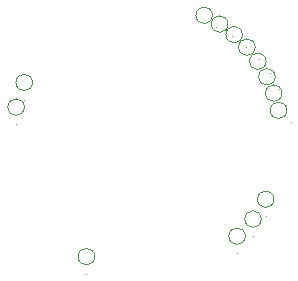
<source format=gbo>
G04 #@! TF.GenerationSoftware,KiCad,Pcbnew,5.0.2-bee76a0~70~ubuntu18.04.1*
G04 #@! TF.CreationDate,2019-05-15T03:21:57+02:00*
G04 #@! TF.ProjectId,ring,72696e67-2e6b-4696-9361-645f70636258,rev?*
G04 #@! TF.SameCoordinates,Original*
G04 #@! TF.FileFunction,Legend,Bot*
G04 #@! TF.FilePolarity,Positive*
%FSLAX46Y46*%
G04 Gerber Fmt 4.6, Leading zero omitted, Abs format (unit mm)*
G04 Created by KiCad (PCBNEW 5.0.2-bee76a0~70~ubuntu18.04.1) date Mi 15 Mai 2019 03:21:57 CEST*
%MOMM*%
%LPD*%
G01*
G04 APERTURE LIST*
%ADD10C,0.120000*%
%ADD11C,0.100000*%
%ADD12C,0.150000*%
G04 APERTURE END LIST*
D10*
G04 #@! TO.C,J1*
X121840000Y-77760000D02*
G75*
G03X121840000Y-77760000I-700000J0D01*
G01*
G04 #@! TO.C,J13*
X99620000Y-77480000D02*
G75*
G03X99620000Y-77480000I-700000J0D01*
G01*
G04 #@! TO.C,J15*
X105570000Y-90140000D02*
G75*
G03X105570000Y-90140000I-700000J0D01*
G01*
G04 #@! TO.C,J16*
X118330000Y-88410000D02*
G75*
G03X118330000Y-88410000I-700000J0D01*
G01*
G04 #@! TO.C,J14*
X100310000Y-75400000D02*
G75*
G03X100310000Y-75400000I-700000J0D01*
G01*
G04 #@! TO.C,J6*
X119680000Y-86960000D02*
G75*
G03X119680000Y-86960000I-700000J0D01*
G01*
G04 #@! TO.C,J3*
X120860000Y-74910000D02*
G75*
G03X120860000Y-74910000I-700000J0D01*
G01*
G04 #@! TO.C,J4*
X120090000Y-73600000D02*
G75*
G03X120090000Y-73600000I-700000J0D01*
G01*
G04 #@! TO.C,J5*
X119160000Y-72400000D02*
G75*
G03X119160000Y-72400000I-700000J0D01*
G01*
G04 #@! TO.C,J7*
X118080000Y-71350000D02*
G75*
G03X118080000Y-71350000I-700000J0D01*
G01*
G04 #@! TO.C,J8*
X120760000Y-85280000D02*
G75*
G03X120760000Y-85280000I-700000J0D01*
G01*
G04 #@! TO.C,J9*
X116860000Y-70450000D02*
G75*
G03X116860000Y-70450000I-700000J0D01*
G01*
G04 #@! TO.C,J10*
X115540000Y-69710000D02*
G75*
G03X115540000Y-69710000I-700000J0D01*
G01*
G04 #@! TO.C,J2*
X121440000Y-76300000D02*
G75*
G03X121440000Y-76300000I-700000J0D01*
G01*
G04 #@! TO.C,J1*
D11*
X122163891Y-78783891D02*
X122163891Y-78783891D01*
X122163891Y-78783891D01*
X122163891Y-78783891D01*
X122163891Y-78783891D01*
X122163891Y-78783891D01*
X122163891Y-78783891D02*
X122163891Y-78783891D01*
X122163891Y-78783891D02*
X122163891Y-78783891D01*
X122163891Y-78783891D01*
X122163891Y-78783891D01*
X122163891Y-78783891D01*
D12*
G04 #@! TO.C,J13*
D11*
X98920000Y-78928000D02*
X98920000Y-78928000D01*
X98920000Y-78928000D01*
X98920000Y-78928000D01*
X98920000Y-78928000D01*
X98920000Y-78928000D01*
X98920000Y-78928000D02*
X98920000Y-78928000D01*
X98920000Y-78928000D02*
X98920000Y-78928000D01*
X98920000Y-78928000D01*
X98920000Y-78928000D01*
X98920000Y-78928000D01*
X98920000Y-78928000D02*
X98920000Y-78928000D01*
X98920000Y-78928000D01*
X98920000Y-78928000D01*
X98920000Y-78928000D01*
X98920000Y-78928000D01*
X98920000Y-78928000D01*
X98920000Y-78928000D01*
X98920000Y-78928000D01*
X98920000Y-78928000D01*
X98920000Y-78928000D01*
X98920000Y-78928000D01*
X98920000Y-78928000D01*
X98920000Y-78928000D01*
D12*
G04 #@! TO.C,J15*
D11*
X104870000Y-91588000D02*
X104870000Y-91588000D01*
X104870000Y-91588000D01*
X104870000Y-91588000D01*
X104870000Y-91588000D01*
X104870000Y-91588000D01*
X104870000Y-91588000D02*
X104870000Y-91588000D01*
X104870000Y-91588000D02*
X104870000Y-91588000D01*
X104870000Y-91588000D01*
X104870000Y-91588000D01*
X104870000Y-91588000D01*
X104870000Y-91588000D02*
X104870000Y-91588000D01*
X104870000Y-91588000D01*
X104870000Y-91588000D01*
X104870000Y-91588000D01*
X104870000Y-91588000D01*
X104870000Y-91588000D01*
X104870000Y-91588000D01*
X104870000Y-91588000D01*
X104870000Y-91588000D01*
X104870000Y-91588000D01*
X104870000Y-91588000D01*
X104870000Y-91588000D01*
X104870000Y-91588000D01*
X104870000Y-91588000D01*
X104870000Y-91588000D01*
D12*
G04 #@! TO.C,J16*
D11*
X117630000Y-89858000D02*
X117630000Y-89858000D01*
X117630000Y-89858000D01*
X117630000Y-89858000D01*
X117630000Y-89858000D01*
X117630000Y-89858000D01*
X117630000Y-89858000D02*
X117630000Y-89858000D01*
X117630000Y-89858000D02*
X117630000Y-89858000D01*
X117630000Y-89858000D01*
X117630000Y-89858000D01*
X117630000Y-89858000D01*
X117630000Y-89858000D02*
X117630000Y-89858000D01*
X117630000Y-89858000D01*
X117630000Y-89858000D01*
X117630000Y-89858000D01*
X117630000Y-89858000D01*
X117630000Y-89858000D01*
X117630000Y-89858000D01*
X117630000Y-89858000D01*
X117630000Y-89858000D01*
X117630000Y-89858000D01*
X117630000Y-89858000D01*
X117630000Y-89858000D01*
X117630000Y-89858000D01*
X117630000Y-89858000D01*
X117630000Y-89858000D01*
X117630000Y-89858000D01*
X117630000Y-89858000D01*
X117630000Y-89858000D01*
X117630000Y-89858000D01*
X117630000Y-89858000D01*
X117630000Y-89858000D01*
D12*
G04 #@! TO.C,J14*
D11*
X99610000Y-76848000D02*
X99610000Y-76848000D01*
X99610000Y-76848000D01*
X99610000Y-76848000D01*
X99610000Y-76848000D01*
X99610000Y-76848000D01*
X99610000Y-76848000D02*
X99610000Y-76848000D01*
X99610000Y-76848000D02*
X99610000Y-76848000D01*
X99610000Y-76848000D01*
X99610000Y-76848000D01*
X99610000Y-76848000D01*
X99610000Y-76848000D02*
X99610000Y-76848000D01*
X99610000Y-76848000D02*
X99610000Y-76848000D01*
X99610000Y-76848000D01*
D12*
G04 #@! TO.C,J6*
D11*
X118980000Y-88408000D02*
X118980000Y-88408000D01*
X118980000Y-88408000D01*
X118980000Y-88408000D01*
X118980000Y-88408000D01*
X118980000Y-88408000D01*
X118980000Y-88408000D02*
X118980000Y-88408000D01*
X118980000Y-88408000D01*
X118980000Y-88408000D01*
X118980000Y-88408000D01*
X118980000Y-88408000D01*
X118980000Y-88408000D01*
X118980000Y-88408000D01*
X118980000Y-88408000D01*
X118980000Y-88408000D01*
X118980000Y-88408000D01*
X118980000Y-88408000D01*
X118980000Y-88408000D01*
X118980000Y-88408000D01*
X118980000Y-88408000D01*
X118980000Y-88408000D01*
X118980000Y-88408000D01*
X118980000Y-88408000D01*
X118980000Y-88408000D01*
X118980000Y-88408000D01*
X118980000Y-88408000D01*
X118980000Y-88408000D01*
D12*
G04 #@! TO.C,J3*
D11*
X121183891Y-75933891D02*
X121183891Y-75933891D01*
X121183891Y-75933891D01*
X121183891Y-75933891D01*
X121183891Y-75933891D01*
X121183891Y-75933891D01*
X121183891Y-75933891D02*
X121183891Y-75933891D01*
X121183891Y-75933891D01*
X121183891Y-75933891D01*
X121183891Y-75933891D01*
X121183891Y-75933891D01*
X121183891Y-75933891D01*
X121183891Y-75933891D01*
X121183891Y-75933891D01*
X121183891Y-75933891D01*
X121183891Y-75933891D01*
X121183891Y-75933891D01*
X121183891Y-75933891D01*
X121183891Y-75933891D01*
D12*
G04 #@! TO.C,J4*
D11*
X120413891Y-74623891D02*
X120413891Y-74623891D01*
X120413891Y-74623891D01*
X120413891Y-74623891D01*
X120413891Y-74623891D01*
X120413891Y-74623891D01*
X120413891Y-74623891D02*
X120413891Y-74623891D01*
X120413891Y-74623891D02*
X120413891Y-74623891D01*
X120413891Y-74623891D01*
D12*
G04 #@! TO.C,J5*
D11*
X119483891Y-73423891D02*
X119483891Y-73423891D01*
X119483891Y-73423891D01*
X119483891Y-73423891D01*
X119483891Y-73423891D01*
X119483891Y-73423891D01*
X119483891Y-73423891D02*
X119483891Y-73423891D01*
X119483891Y-73423891D01*
X119483891Y-73423891D01*
X119483891Y-73423891D01*
X119483891Y-73423891D01*
X119483891Y-73423891D01*
X119483891Y-73423891D01*
X119483891Y-73423891D01*
X119483891Y-73423891D01*
X119483891Y-73423891D01*
X119483891Y-73423891D01*
X119483891Y-73423891D01*
X119483891Y-73423891D01*
X119483891Y-73423891D01*
X119483891Y-73423891D01*
D12*
G04 #@! TO.C,J7*
D11*
X118403891Y-72373891D02*
X118403891Y-72373891D01*
X118403891Y-72373891D01*
X118403891Y-72373891D01*
X118403891Y-72373891D01*
X118403891Y-72373891D01*
X118403891Y-72373891D02*
X118403891Y-72373891D01*
X118403891Y-72373891D01*
D12*
G04 #@! TO.C,J8*
D11*
X120060000Y-86728000D02*
X120060000Y-86728000D01*
X120060000Y-86728000D01*
X120060000Y-86728000D01*
X120060000Y-86728000D01*
X120060000Y-86728000D01*
X120060000Y-86728000D02*
X120060000Y-86728000D01*
X120060000Y-86728000D01*
X120060000Y-86728000D01*
X120060000Y-86728000D01*
X120060000Y-86728000D01*
X120060000Y-86728000D01*
X120060000Y-86728000D01*
X120060000Y-86728000D01*
X120060000Y-86728000D01*
X120060000Y-86728000D01*
X120060000Y-86728000D01*
X120060000Y-86728000D01*
X120060000Y-86728000D01*
X120060000Y-86728000D01*
X120060000Y-86728000D01*
X120060000Y-86728000D01*
X120060000Y-86728000D01*
X120060000Y-86728000D01*
X120060000Y-86728000D01*
X120060000Y-86728000D01*
X120060000Y-86728000D01*
X120060000Y-86728000D01*
X120060000Y-86728000D01*
X120060000Y-86728000D01*
X120060000Y-86728000D01*
X120060000Y-86728000D01*
X120060000Y-86728000D01*
X120060000Y-86728000D01*
X120060000Y-86728000D01*
X120060000Y-86728000D01*
X120060000Y-86728000D01*
D12*
G04 #@! TO.C,J9*
D11*
X117183891Y-71473891D02*
X117183891Y-71473891D01*
X117183891Y-71473891D01*
X117183891Y-71473891D01*
X117183891Y-71473891D01*
X117183891Y-71473891D01*
X117183891Y-71473891D02*
X117183891Y-71473891D01*
X117183891Y-71473891D01*
X117183891Y-71473891D01*
X117183891Y-71473891D01*
X117183891Y-71473891D01*
X117183891Y-71473891D01*
X117183891Y-71473891D01*
X117183891Y-71473891D01*
X117183891Y-71473891D01*
X117183891Y-71473891D01*
X117183891Y-71473891D01*
X117183891Y-71473891D01*
X117183891Y-71473891D01*
X117183891Y-71473891D01*
X117183891Y-71473891D01*
X117183891Y-71473891D01*
X117183891Y-71473891D01*
X117183891Y-71473891D01*
X117183891Y-71473891D01*
X117183891Y-71473891D01*
X117183891Y-71473891D01*
D12*
G04 #@! TO.C,J10*
D11*
X115863891Y-70733891D02*
X115863891Y-70733891D01*
X115863891Y-70733891D01*
X115863891Y-70733891D01*
X115863891Y-70733891D01*
X115863891Y-70733891D01*
X115863891Y-70733891D02*
X115863891Y-70733891D01*
X115863891Y-70733891D02*
X115863891Y-70733891D01*
X115863891Y-70733891D01*
X115863891Y-70733891D01*
X115863891Y-70733891D01*
X115863891Y-70733891D02*
X115863891Y-70733891D01*
X115863891Y-70733891D01*
X115863891Y-70733891D01*
X115863891Y-70733891D01*
X115863891Y-70733891D01*
X115863891Y-70733891D01*
X115863891Y-70733891D01*
X115863891Y-70733891D01*
X115863891Y-70733891D01*
X115863891Y-70733891D01*
X115863891Y-70733891D01*
X115863891Y-70733891D01*
X115863891Y-70733891D01*
X115863891Y-70733891D01*
X115863891Y-70733891D01*
X115863891Y-70733891D01*
X115863891Y-70733891D01*
X115863891Y-70733891D01*
X115863891Y-70733891D01*
X115863891Y-70733891D01*
D12*
G04 #@! TO.C,J2*
D11*
X121763891Y-77323891D02*
X121763891Y-77323891D01*
X121763891Y-77323891D01*
X121763891Y-77323891D01*
X121763891Y-77323891D01*
X121763891Y-77323891D01*
X121763891Y-77323891D02*
X121763891Y-77323891D01*
X121763891Y-77323891D01*
X121763891Y-77323891D01*
X121763891Y-77323891D01*
X121763891Y-77323891D01*
X121763891Y-77323891D01*
X121763891Y-77323891D01*
X121763891Y-77323891D01*
X121763891Y-77323891D01*
X121763891Y-77323891D01*
D12*
G04 #@! TD*
M02*

</source>
